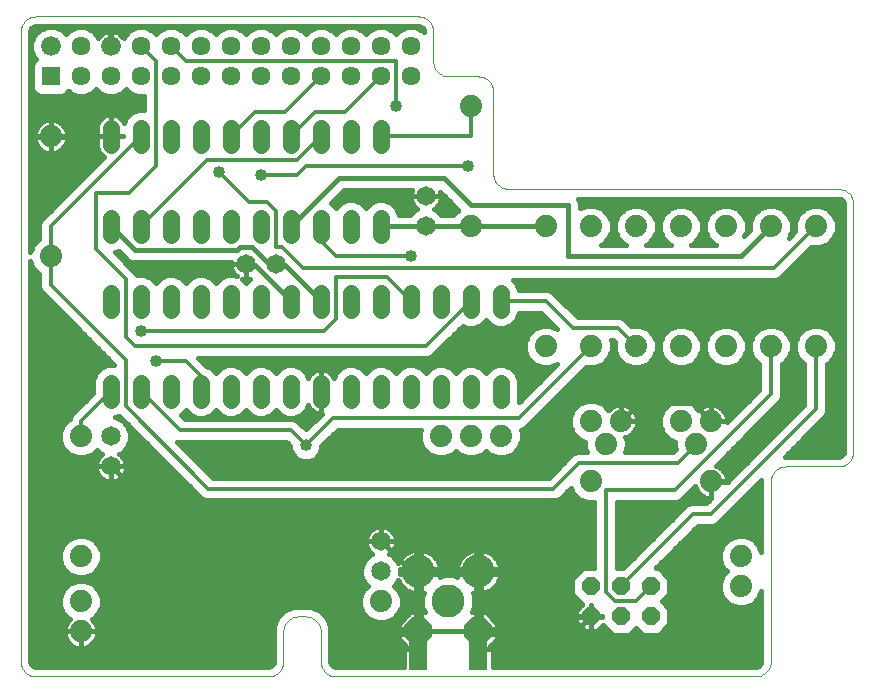
<source format=gbl>
G75*
G70*
%OFA0B0*%
%FSLAX24Y24*%
%IPPOS*%
%LPD*%
%AMOC8*
5,1,8,0,0,1.08239X$1,22.5*
%
%ADD10C,0.0000*%
%ADD11R,0.0634X0.0634*%
%ADD12C,0.0660*%
%ADD13C,0.0634*%
%ADD14C,0.1100*%
%ADD15OC8,0.0915*%
%ADD16R,0.0600X0.1600*%
%ADD17C,0.0650*%
%ADD18C,0.0560*%
%ADD19C,0.0740*%
%ADD20OC8,0.0600*%
%ADD21C,0.0150*%
%ADD22C,0.0160*%
%ADD23C,0.0436*%
%ADD24C,0.0120*%
%ADD25C,0.0400*%
D10*
X001680Y001180D02*
X009430Y001180D01*
X009474Y001182D01*
X009517Y001188D01*
X009559Y001197D01*
X009601Y001210D01*
X009641Y001227D01*
X009680Y001247D01*
X009717Y001270D01*
X009751Y001297D01*
X009784Y001326D01*
X009813Y001359D01*
X009840Y001393D01*
X009863Y001430D01*
X009883Y001469D01*
X009900Y001509D01*
X009913Y001551D01*
X009922Y001593D01*
X009928Y001636D01*
X009930Y001680D01*
X009930Y002680D01*
X009932Y002724D01*
X009938Y002767D01*
X009947Y002809D01*
X009960Y002851D01*
X009977Y002891D01*
X009997Y002930D01*
X010020Y002967D01*
X010047Y003001D01*
X010076Y003034D01*
X010109Y003063D01*
X010143Y003090D01*
X010180Y003113D01*
X010219Y003133D01*
X010259Y003150D01*
X010301Y003163D01*
X010343Y003172D01*
X010386Y003178D01*
X010430Y003180D01*
X010680Y003180D01*
X010724Y003178D01*
X010767Y003172D01*
X010809Y003163D01*
X010851Y003150D01*
X010891Y003133D01*
X010930Y003113D01*
X010967Y003090D01*
X011001Y003063D01*
X011034Y003034D01*
X011063Y003001D01*
X011090Y002967D01*
X011113Y002930D01*
X011133Y002891D01*
X011150Y002851D01*
X011163Y002809D01*
X011172Y002767D01*
X011178Y002724D01*
X011180Y002680D01*
X011180Y001680D01*
X011182Y001636D01*
X011188Y001593D01*
X011197Y001551D01*
X011210Y001509D01*
X011227Y001469D01*
X011247Y001430D01*
X011270Y001393D01*
X011297Y001359D01*
X011326Y001326D01*
X011359Y001297D01*
X011393Y001270D01*
X011430Y001247D01*
X011469Y001227D01*
X011509Y001210D01*
X011551Y001197D01*
X011593Y001188D01*
X011636Y001182D01*
X011680Y001180D01*
X025680Y001180D01*
X025724Y001182D01*
X025767Y001188D01*
X025809Y001197D01*
X025851Y001210D01*
X025891Y001227D01*
X025930Y001247D01*
X025967Y001270D01*
X026001Y001297D01*
X026034Y001326D01*
X026063Y001359D01*
X026090Y001393D01*
X026113Y001430D01*
X026133Y001469D01*
X026150Y001509D01*
X026163Y001551D01*
X026172Y001593D01*
X026178Y001636D01*
X026180Y001680D01*
X026180Y007680D01*
X026182Y007724D01*
X026188Y007767D01*
X026197Y007809D01*
X026210Y007851D01*
X026227Y007891D01*
X026247Y007930D01*
X026270Y007967D01*
X026297Y008001D01*
X026326Y008034D01*
X026359Y008063D01*
X026393Y008090D01*
X026430Y008113D01*
X026469Y008133D01*
X026509Y008150D01*
X026551Y008163D01*
X026593Y008172D01*
X026636Y008178D01*
X026680Y008180D01*
X028430Y008180D01*
X028474Y008182D01*
X028517Y008188D01*
X028559Y008197D01*
X028601Y008210D01*
X028641Y008227D01*
X028680Y008247D01*
X028717Y008270D01*
X028751Y008297D01*
X028784Y008326D01*
X028813Y008359D01*
X028840Y008393D01*
X028863Y008430D01*
X028883Y008469D01*
X028900Y008509D01*
X028913Y008551D01*
X028922Y008593D01*
X028928Y008636D01*
X028930Y008680D01*
X028930Y016930D01*
X028928Y016974D01*
X028922Y017017D01*
X028913Y017059D01*
X028900Y017101D01*
X028883Y017141D01*
X028863Y017180D01*
X028840Y017217D01*
X028813Y017251D01*
X028784Y017284D01*
X028751Y017313D01*
X028717Y017340D01*
X028680Y017363D01*
X028641Y017383D01*
X028601Y017400D01*
X028559Y017413D01*
X028517Y017422D01*
X028474Y017428D01*
X028430Y017430D01*
X017430Y017430D01*
X017386Y017432D01*
X017343Y017438D01*
X017301Y017447D01*
X017259Y017460D01*
X017219Y017477D01*
X017180Y017497D01*
X017143Y017520D01*
X017109Y017547D01*
X017076Y017576D01*
X017047Y017609D01*
X017020Y017643D01*
X016997Y017680D01*
X016977Y017719D01*
X016960Y017759D01*
X016947Y017801D01*
X016938Y017843D01*
X016932Y017886D01*
X016930Y017930D01*
X016930Y020680D01*
X016928Y020724D01*
X016922Y020767D01*
X016913Y020809D01*
X016900Y020851D01*
X016883Y020891D01*
X016863Y020930D01*
X016840Y020967D01*
X016813Y021001D01*
X016784Y021034D01*
X016751Y021063D01*
X016717Y021090D01*
X016680Y021113D01*
X016641Y021133D01*
X016601Y021150D01*
X016559Y021163D01*
X016517Y021172D01*
X016474Y021178D01*
X016430Y021180D01*
X015430Y021180D01*
X015386Y021182D01*
X015343Y021188D01*
X015301Y021197D01*
X015259Y021210D01*
X015219Y021227D01*
X015180Y021247D01*
X015143Y021270D01*
X015109Y021297D01*
X015076Y021326D01*
X015047Y021359D01*
X015020Y021393D01*
X014997Y021430D01*
X014977Y021469D01*
X014960Y021509D01*
X014947Y021551D01*
X014938Y021593D01*
X014932Y021636D01*
X014930Y021680D01*
X014930Y022680D01*
X014928Y022724D01*
X014922Y022767D01*
X014913Y022809D01*
X014900Y022851D01*
X014883Y022891D01*
X014863Y022930D01*
X014840Y022967D01*
X014813Y023001D01*
X014784Y023034D01*
X014751Y023063D01*
X014717Y023090D01*
X014680Y023113D01*
X014641Y023133D01*
X014601Y023150D01*
X014559Y023163D01*
X014517Y023172D01*
X014474Y023178D01*
X014430Y023180D01*
X001680Y023180D01*
X001636Y023178D01*
X001593Y023172D01*
X001551Y023163D01*
X001509Y023150D01*
X001469Y023133D01*
X001430Y023113D01*
X001393Y023090D01*
X001359Y023063D01*
X001326Y023034D01*
X001297Y023001D01*
X001270Y022967D01*
X001247Y022930D01*
X001227Y022891D01*
X001210Y022851D01*
X001197Y022809D01*
X001188Y022767D01*
X001182Y022724D01*
X001180Y022680D01*
X001180Y001680D01*
X001182Y001636D01*
X001188Y001593D01*
X001197Y001551D01*
X001210Y001509D01*
X001227Y001469D01*
X001247Y001430D01*
X001270Y001393D01*
X001297Y001359D01*
X001326Y001326D01*
X001359Y001297D01*
X001393Y001270D01*
X001430Y001247D01*
X001469Y001227D01*
X001509Y001210D01*
X001551Y001197D01*
X001593Y001188D01*
X001636Y001182D01*
X001680Y001180D01*
D11*
X002180Y021180D03*
D12*
X002180Y022180D03*
X004180Y022180D03*
D13*
X003180Y022180D03*
X003180Y021180D03*
X004180Y021180D03*
X005180Y021180D03*
X006180Y021180D03*
X007180Y021180D03*
X008180Y021180D03*
X009180Y021180D03*
X010180Y021180D03*
X011180Y021180D03*
X012180Y021180D03*
X013180Y021180D03*
X014180Y021180D03*
X014180Y022180D03*
X013180Y022180D03*
X012180Y022180D03*
X011180Y022180D03*
X010180Y022180D03*
X009180Y022180D03*
X008180Y022180D03*
X007180Y022180D03*
X006180Y022180D03*
X005180Y022180D03*
D14*
X014430Y004680D03*
X015430Y003680D03*
X016430Y004680D03*
D15*
X016430Y002680D03*
X014430Y002680D03*
D16*
X014430Y002180D03*
X016430Y002180D03*
D17*
X013180Y004680D03*
X013180Y005680D03*
X004180Y008180D03*
X004180Y009180D03*
X008680Y014930D03*
X009680Y014930D03*
X014680Y016180D03*
X014680Y017180D03*
D18*
X013180Y016460D02*
X013180Y015900D01*
X012180Y015900D02*
X012180Y016460D01*
X011180Y016460D02*
X011180Y015900D01*
X010180Y015900D02*
X010180Y016460D01*
X009180Y016460D02*
X009180Y015900D01*
X008180Y015900D02*
X008180Y016460D01*
X007180Y016460D02*
X007180Y015900D01*
X006180Y015900D02*
X006180Y016460D01*
X005180Y016460D02*
X005180Y015900D01*
X004180Y015900D02*
X004180Y016460D01*
X004180Y018900D02*
X004180Y019460D01*
X005180Y019460D02*
X005180Y018900D01*
X006180Y018900D02*
X006180Y019460D01*
X007180Y019460D02*
X007180Y018900D01*
X008180Y018900D02*
X008180Y019460D01*
X009180Y019460D02*
X009180Y018900D01*
X010180Y018900D02*
X010180Y019460D01*
X011180Y019460D02*
X011180Y018900D01*
X012180Y018900D02*
X012180Y019460D01*
X013180Y019460D02*
X013180Y018900D01*
X013180Y013960D02*
X013180Y013400D01*
X012180Y013400D02*
X012180Y013960D01*
X011180Y013960D02*
X011180Y013400D01*
X010180Y013400D02*
X010180Y013960D01*
X009180Y013960D02*
X009180Y013400D01*
X008180Y013400D02*
X008180Y013960D01*
X007180Y013960D02*
X007180Y013400D01*
X006180Y013400D02*
X006180Y013960D01*
X005180Y013960D02*
X005180Y013400D01*
X004180Y013400D02*
X004180Y013960D01*
X004180Y010960D02*
X004180Y010400D01*
X005180Y010400D02*
X005180Y010960D01*
X006180Y010960D02*
X006180Y010400D01*
X007180Y010400D02*
X007180Y010960D01*
X008180Y010960D02*
X008180Y010400D01*
X009180Y010400D02*
X009180Y010960D01*
X010180Y010960D02*
X010180Y010400D01*
X011180Y010400D02*
X011180Y010960D01*
X012180Y010960D02*
X012180Y010400D01*
X013180Y010400D02*
X013180Y010960D01*
X014180Y010960D02*
X014180Y010400D01*
X015180Y010400D02*
X015180Y010960D01*
X016180Y010960D02*
X016180Y010400D01*
X017180Y010400D02*
X017180Y010960D01*
X017180Y013400D02*
X017180Y013960D01*
X016180Y013960D02*
X016180Y013400D01*
X015180Y013400D02*
X015180Y013960D01*
X014180Y013960D02*
X014180Y013400D01*
D19*
X016180Y016180D03*
X018680Y016180D03*
X020180Y016180D03*
X021680Y016180D03*
X023180Y016180D03*
X024680Y016180D03*
X026180Y016180D03*
X027680Y016180D03*
X027680Y012180D03*
X026180Y012180D03*
X024680Y012180D03*
X023180Y012180D03*
X021680Y012180D03*
X020180Y012180D03*
X018680Y012180D03*
X020180Y009680D03*
X020680Y008930D03*
X021180Y009680D03*
X023180Y009680D03*
X023680Y008930D03*
X024180Y009680D03*
X024180Y007680D03*
X025180Y005180D03*
X025180Y004180D03*
X020180Y007680D03*
X017180Y009180D03*
X016180Y009180D03*
X015180Y009180D03*
X013180Y003680D03*
X003180Y003680D03*
X003180Y002680D03*
X003180Y005180D03*
X003180Y009180D03*
X002180Y015180D03*
X002180Y019180D03*
X016180Y020180D03*
D20*
X020180Y004180D03*
X021180Y004180D03*
X021180Y003180D03*
X020180Y003180D03*
X022180Y003180D03*
X022180Y004180D03*
D21*
X020180Y003180D02*
X019680Y002680D01*
X016480Y002680D01*
X016430Y002180D01*
X016430Y002680D02*
X016480Y002680D01*
X016430Y002680D02*
X014480Y002680D01*
X014430Y002680D01*
X014480Y002680D02*
X014480Y002180D01*
X014430Y002180D01*
X014430Y004680D02*
X014180Y004680D01*
X013180Y005680D01*
X006680Y005680D01*
X004180Y008180D01*
X010180Y013680D02*
X008980Y014880D01*
X008680Y014880D01*
X008680Y014930D01*
X008380Y015380D02*
X008480Y015480D01*
X008880Y015480D01*
X009380Y014980D01*
X009680Y014980D01*
X009680Y014930D01*
X009680Y014880D01*
X009980Y014880D01*
X011180Y013680D01*
X008380Y015380D02*
X004980Y015380D01*
X004180Y016180D01*
X004180Y019180D02*
X002180Y019180D01*
X010180Y016180D02*
X011780Y017780D01*
X015280Y017780D01*
X016180Y016880D01*
X019430Y016880D01*
X019430Y015180D01*
X025180Y015180D01*
X026180Y016180D01*
X023580Y010280D02*
X021780Y010280D01*
X021180Y009680D01*
X023580Y010280D02*
X024180Y009680D01*
X018680Y016180D02*
X016180Y016180D01*
X014680Y016180D01*
X013180Y016180D01*
D22*
X013780Y016575D02*
X013780Y016579D01*
X013689Y016800D01*
X013520Y016969D01*
X013299Y017060D01*
X013061Y017060D01*
X012840Y016969D01*
X012680Y016809D01*
X012520Y016969D01*
X012299Y017060D01*
X012061Y017060D01*
X011840Y016969D01*
X011680Y016809D01*
X011524Y016965D01*
X011944Y017385D01*
X014218Y017385D01*
X014212Y017374D01*
X014187Y017298D01*
X014175Y017220D01*
X014175Y017180D01*
X014680Y017180D01*
X015185Y017180D01*
X015185Y017220D01*
X015173Y017298D01*
X015158Y017344D01*
X015763Y016739D01*
X015599Y016575D01*
X015197Y016575D01*
X015045Y016727D01*
X014963Y016761D01*
X015009Y016795D01*
X015065Y016851D01*
X015112Y016915D01*
X015148Y016986D01*
X015173Y017062D01*
X015185Y017140D01*
X015185Y017180D01*
X014680Y017180D01*
X014680Y017180D01*
X014680Y017180D01*
X014175Y017180D01*
X014175Y017140D01*
X014187Y017062D01*
X014212Y016986D01*
X014248Y016915D01*
X014295Y016851D01*
X014351Y016795D01*
X014397Y016761D01*
X014315Y016727D01*
X014163Y016575D01*
X013780Y016575D01*
X013725Y016713D02*
X014301Y016713D01*
X014280Y016872D02*
X013617Y016872D01*
X013372Y017030D02*
X014198Y017030D01*
X014175Y017189D02*
X011747Y017189D01*
X011906Y017347D02*
X014203Y017347D01*
X015080Y016872D02*
X015630Y016872D01*
X015737Y016713D02*
X015059Y016713D01*
X015162Y017030D02*
X015471Y017030D01*
X015313Y017189D02*
X015185Y017189D01*
X012988Y017030D02*
X012372Y017030D01*
X012617Y016872D02*
X012743Y016872D01*
X011988Y017030D02*
X011589Y017030D01*
X011617Y016872D02*
X011743Y016872D01*
X008680Y014930D02*
X008680Y014425D01*
X008720Y014425D01*
X008798Y014437D01*
X008814Y014443D01*
X008680Y014309D01*
X008546Y014443D01*
X008562Y014437D01*
X008640Y014425D01*
X008680Y014425D01*
X008680Y014930D01*
X008680Y014930D01*
X008175Y014930D01*
X008175Y014970D01*
X008177Y014985D01*
X004901Y014985D01*
X004756Y015045D01*
X004645Y015156D01*
X004645Y015156D01*
X004442Y015359D01*
X004333Y015314D01*
X005002Y014645D01*
X005041Y014552D01*
X005061Y014560D01*
X005299Y014560D01*
X005520Y014469D01*
X005680Y014309D01*
X005840Y014469D01*
X006061Y014560D01*
X006299Y014560D01*
X006520Y014469D01*
X006680Y014309D01*
X006840Y014469D01*
X007061Y014560D01*
X007299Y014560D01*
X007520Y014469D01*
X007680Y014309D01*
X007840Y014469D01*
X008061Y014560D01*
X008299Y014560D01*
X008371Y014530D01*
X008351Y014545D01*
X008295Y014601D01*
X008248Y014665D01*
X008212Y014736D01*
X008187Y014812D01*
X008175Y014890D01*
X008175Y014930D01*
X008680Y014930D01*
X008680Y014930D01*
X008680Y014811D02*
X008680Y014811D01*
X008680Y014653D02*
X008680Y014653D01*
X008680Y014494D02*
X008680Y014494D01*
X008653Y014336D02*
X008707Y014336D01*
X008257Y014653D02*
X004995Y014653D01*
X004836Y014811D02*
X008188Y014811D01*
X008175Y014970D02*
X004678Y014970D01*
X004673Y015128D02*
X004519Y015128D01*
X004515Y015287D02*
X004361Y015287D01*
X005459Y014494D02*
X005901Y014494D01*
X005707Y014336D02*
X005653Y014336D01*
X006459Y014494D02*
X006901Y014494D01*
X006707Y014336D02*
X006653Y014336D01*
X007459Y014494D02*
X007901Y014494D01*
X007707Y014336D02*
X007653Y014336D01*
X007097Y011800D02*
X014756Y011800D01*
X014895Y011858D01*
X015002Y011965D01*
X015903Y012865D01*
X016061Y012800D01*
X016299Y012800D01*
X016520Y012891D01*
X016680Y013051D01*
X016840Y012891D01*
X017061Y012800D01*
X017299Y012800D01*
X017520Y012891D01*
X017689Y013060D01*
X017780Y013281D01*
X017780Y013300D01*
X018523Y013300D01*
X019048Y012774D01*
X018817Y012870D01*
X018543Y012870D01*
X018289Y012765D01*
X018095Y012571D01*
X017990Y012317D01*
X017990Y012043D01*
X018095Y011789D01*
X018289Y011595D01*
X018543Y011490D01*
X018817Y011490D01*
X019048Y011586D01*
X017780Y010317D01*
X017780Y011079D01*
X017689Y011300D01*
X017520Y011469D01*
X017299Y011560D01*
X017061Y011560D01*
X016840Y011469D01*
X016680Y011309D01*
X016520Y011469D01*
X016299Y011560D01*
X016061Y011560D01*
X015840Y011469D01*
X015680Y011309D01*
X015520Y011469D01*
X015299Y011560D01*
X015061Y011560D01*
X014840Y011469D01*
X014680Y011309D01*
X014520Y011469D01*
X014299Y011560D01*
X014061Y011560D01*
X013840Y011469D01*
X013680Y011309D01*
X013520Y011469D01*
X013299Y011560D01*
X013061Y011560D01*
X012840Y011469D01*
X012680Y011309D01*
X012520Y011469D01*
X012299Y011560D01*
X012061Y011560D01*
X011840Y011469D01*
X011671Y011300D01*
X011605Y011139D01*
X011573Y011201D01*
X011531Y011260D01*
X011480Y011311D01*
X011421Y011353D01*
X011357Y011386D01*
X011288Y011409D01*
X011216Y011420D01*
X011180Y011420D01*
X011180Y010680D01*
X011180Y010680D01*
X011180Y009940D01*
X011203Y009940D01*
X010680Y009417D01*
X010502Y009595D01*
X010395Y009702D01*
X010256Y009760D01*
X006637Y009760D01*
X006510Y009887D01*
X006520Y009891D01*
X006680Y010051D01*
X006840Y009891D01*
X007061Y009800D01*
X007299Y009800D01*
X007520Y009891D01*
X007680Y010051D01*
X007840Y009891D01*
X008061Y009800D01*
X008299Y009800D01*
X008520Y009891D01*
X008680Y010051D01*
X008840Y009891D01*
X009061Y009800D01*
X009299Y009800D01*
X009520Y009891D01*
X009680Y010051D01*
X009840Y009891D01*
X010061Y009800D01*
X010299Y009800D01*
X010520Y009891D01*
X010689Y010060D01*
X010755Y010221D01*
X010787Y010159D01*
X010829Y010100D01*
X010880Y010049D01*
X010939Y010007D01*
X011003Y009974D01*
X011072Y009951D01*
X011144Y009940D01*
X011180Y009940D01*
X011180Y010680D01*
X011180Y010680D01*
X011180Y011420D01*
X011144Y011420D01*
X011072Y011409D01*
X011003Y011386D01*
X010939Y011353D01*
X010880Y011311D01*
X010829Y011260D01*
X010787Y011201D01*
X010755Y011139D01*
X010689Y011300D01*
X010520Y011469D01*
X010299Y011560D01*
X010061Y011560D01*
X009840Y011469D01*
X009680Y011309D01*
X009520Y011469D01*
X009299Y011560D01*
X009061Y011560D01*
X008840Y011469D01*
X008680Y011309D01*
X008520Y011469D01*
X008299Y011560D01*
X008061Y011560D01*
X007840Y011469D01*
X007680Y011309D01*
X007520Y011469D01*
X007364Y011533D01*
X007097Y011800D01*
X007098Y011800D02*
X018091Y011800D01*
X018025Y011958D02*
X014995Y011958D01*
X015154Y012117D02*
X017990Y012117D01*
X017990Y012275D02*
X015312Y012275D01*
X015471Y012434D02*
X018038Y012434D01*
X018116Y012592D02*
X015629Y012592D01*
X015788Y012751D02*
X018275Y012751D01*
X018755Y013068D02*
X017692Y013068D01*
X017757Y013226D02*
X018597Y013226D01*
X018914Y012909D02*
X017538Y012909D01*
X016822Y012909D02*
X016538Y012909D01*
X016486Y011483D02*
X016874Y011483D01*
X016695Y011324D02*
X016665Y011324D01*
X015874Y011483D02*
X015486Y011483D01*
X015665Y011324D02*
X015695Y011324D01*
X014874Y011483D02*
X014486Y011483D01*
X014665Y011324D02*
X014695Y011324D01*
X013874Y011483D02*
X013486Y011483D01*
X013665Y011324D02*
X013695Y011324D01*
X012874Y011483D02*
X012486Y011483D01*
X012665Y011324D02*
X012695Y011324D01*
X011874Y011483D02*
X010486Y011483D01*
X010665Y011324D02*
X010898Y011324D01*
X010768Y011166D02*
X010744Y011166D01*
X011180Y011166D02*
X011180Y011166D01*
X011180Y011324D02*
X011180Y011324D01*
X011462Y011324D02*
X011695Y011324D01*
X011616Y011166D02*
X011592Y011166D01*
X011180Y011007D02*
X011180Y011007D01*
X011180Y010849D02*
X011180Y010849D01*
X011180Y010690D02*
X011180Y010690D01*
X011180Y010532D02*
X011180Y010532D01*
X011180Y010373D02*
X011180Y010373D01*
X011180Y010215D02*
X011180Y010215D01*
X011180Y010056D02*
X011180Y010056D01*
X011160Y009898D02*
X010526Y009898D01*
X010685Y010056D02*
X010873Y010056D01*
X010758Y010215D02*
X010753Y010215D01*
X011002Y009739D02*
X010306Y009739D01*
X010517Y009581D02*
X010843Y009581D01*
X010685Y009422D02*
X010675Y009422D01*
X010160Y008863D02*
X010160Y008777D01*
X010239Y008585D01*
X010385Y008439D01*
X010577Y008360D01*
X010783Y008360D01*
X010975Y008439D01*
X011121Y008585D01*
X011200Y008777D01*
X011200Y008863D01*
X011737Y009400D01*
X014524Y009400D01*
X014490Y009317D01*
X014490Y009043D01*
X014595Y008789D01*
X014789Y008595D01*
X015043Y008490D01*
X015317Y008490D01*
X015571Y008595D01*
X015680Y008704D01*
X015789Y008595D01*
X016043Y008490D01*
X016317Y008490D01*
X016571Y008595D01*
X016680Y008704D01*
X016789Y008595D01*
X017043Y008490D01*
X017317Y008490D01*
X017571Y008595D01*
X017765Y008789D01*
X017870Y009043D01*
X017870Y009317D01*
X017836Y009400D01*
X017856Y009400D01*
X017995Y009458D01*
X018102Y009565D01*
X020032Y011494D01*
X020043Y011490D01*
X020317Y011490D01*
X020571Y011595D01*
X020765Y011789D01*
X020870Y012043D01*
X020870Y012317D01*
X020836Y012400D01*
X020923Y012400D01*
X020994Y012328D01*
X020990Y012317D01*
X020990Y012043D01*
X021095Y011789D01*
X021289Y011595D01*
X021543Y011490D01*
X021817Y011490D01*
X022071Y011595D01*
X022265Y011789D01*
X022370Y012043D01*
X022370Y012317D01*
X022265Y012571D01*
X022071Y012765D01*
X021817Y012870D01*
X021543Y012870D01*
X021532Y012866D01*
X021295Y013102D01*
X021156Y013160D01*
X019737Y013160D01*
X018895Y014002D01*
X018756Y014060D01*
X017780Y014060D01*
X017780Y014079D01*
X017689Y014300D01*
X017589Y014400D01*
X026356Y014400D01*
X026495Y014458D01*
X026602Y014565D01*
X027532Y015494D01*
X027543Y015490D01*
X027817Y015490D01*
X028071Y015595D01*
X028265Y015789D01*
X028370Y016043D01*
X028370Y016317D01*
X028265Y016571D01*
X028071Y016765D01*
X027817Y016870D01*
X027543Y016870D01*
X027289Y016765D01*
X027095Y016571D01*
X026990Y016317D01*
X026990Y016043D01*
X026994Y016032D01*
X026774Y015812D01*
X026870Y016043D01*
X026870Y016317D01*
X026765Y016571D01*
X026571Y016765D01*
X026317Y016870D01*
X026043Y016870D01*
X025789Y016765D01*
X025595Y016571D01*
X025490Y016317D01*
X025490Y016049D01*
X025289Y015848D01*
X025370Y016043D01*
X025370Y016317D01*
X025265Y016571D01*
X025071Y016765D01*
X024817Y016870D01*
X024543Y016870D01*
X024289Y016765D01*
X024095Y016571D01*
X023990Y016317D01*
X023990Y016043D01*
X024095Y015789D01*
X024289Y015595D01*
X024338Y015575D01*
X023522Y015575D01*
X023571Y015595D01*
X023765Y015789D01*
X023870Y016043D01*
X023870Y016317D01*
X023765Y016571D01*
X023571Y016765D01*
X023317Y016870D01*
X023043Y016870D01*
X022789Y016765D01*
X022595Y016571D01*
X022490Y016317D01*
X022490Y016043D01*
X022595Y015789D01*
X022789Y015595D01*
X022838Y015575D01*
X022022Y015575D01*
X022071Y015595D01*
X022265Y015789D01*
X022370Y016043D01*
X022370Y016317D01*
X022265Y016571D01*
X022071Y016765D01*
X021817Y016870D01*
X021543Y016870D01*
X021289Y016765D01*
X021095Y016571D01*
X020990Y016317D01*
X020990Y016043D01*
X021095Y015789D01*
X021289Y015595D01*
X021338Y015575D01*
X020522Y015575D01*
X020571Y015595D01*
X020765Y015789D01*
X020870Y016043D01*
X020870Y016317D01*
X020765Y016571D01*
X020571Y016765D01*
X020317Y016870D01*
X020043Y016870D01*
X019825Y016780D01*
X019825Y016959D01*
X019765Y017104D01*
X019759Y017110D01*
X028430Y017110D01*
X028465Y017107D01*
X028530Y017080D01*
X028530Y017080D01*
X028580Y017030D01*
X028607Y016965D01*
X028610Y016930D01*
X028610Y008680D01*
X028607Y008645D01*
X028580Y008580D01*
X028530Y008530D01*
X028465Y008503D01*
X028430Y008500D01*
X026637Y008500D01*
X027895Y009758D01*
X028002Y009865D01*
X028060Y010004D01*
X028060Y011591D01*
X028071Y011595D01*
X028265Y011789D01*
X028370Y012043D01*
X028370Y012317D01*
X028265Y012571D01*
X028071Y012765D01*
X027817Y012870D01*
X027543Y012870D01*
X027289Y012765D01*
X027095Y012571D01*
X026990Y012317D01*
X026990Y012043D01*
X027095Y011789D01*
X027289Y011595D01*
X027300Y011591D01*
X027300Y010237D01*
X024730Y007667D01*
X024730Y007671D01*
X024189Y007671D01*
X024189Y007689D01*
X024730Y007689D01*
X024730Y007723D01*
X024716Y007809D01*
X024690Y007891D01*
X024650Y007968D01*
X024600Y008038D01*
X024538Y008100D01*
X024468Y008150D01*
X024391Y008190D01*
X024343Y008205D01*
X026395Y010258D01*
X026502Y010365D01*
X026560Y010504D01*
X026560Y011591D01*
X026571Y011595D01*
X026765Y011789D01*
X026870Y012043D01*
X026870Y012317D01*
X026765Y012571D01*
X026571Y012765D01*
X026317Y012870D01*
X026043Y012870D01*
X025789Y012765D01*
X025595Y012571D01*
X025490Y012317D01*
X025490Y012043D01*
X025595Y011789D01*
X025789Y011595D01*
X025800Y011591D01*
X025800Y010737D01*
X024730Y009667D01*
X024730Y009680D01*
X024730Y009723D01*
X024716Y009809D01*
X024690Y009891D01*
X024650Y009968D01*
X024600Y010038D01*
X024538Y010100D01*
X024468Y010150D01*
X024391Y010190D01*
X024309Y010216D01*
X024223Y010230D01*
X024180Y010230D01*
X024180Y009680D01*
X024180Y009680D01*
X024730Y009680D01*
X024180Y009680D01*
X024180Y009680D01*
X024180Y010230D01*
X024137Y010230D01*
X024051Y010216D01*
X023969Y010190D01*
X023892Y010150D01*
X023822Y010100D01*
X023773Y010051D01*
X023765Y010071D01*
X023571Y010265D01*
X023317Y010370D01*
X023043Y010370D01*
X022789Y010265D01*
X022595Y010071D01*
X022490Y009817D01*
X022490Y009543D01*
X022595Y009289D01*
X022789Y009095D01*
X022990Y009012D01*
X022990Y008793D01*
X023009Y008747D01*
X022923Y008660D01*
X021315Y008660D01*
X021370Y008793D01*
X021370Y009067D01*
X021335Y009152D01*
X021391Y009170D01*
X021468Y009210D01*
X021538Y009260D01*
X021600Y009322D01*
X021650Y009392D01*
X021690Y009469D01*
X021716Y009551D01*
X021730Y009637D01*
X021730Y009680D01*
X021730Y009723D01*
X021716Y009809D01*
X021690Y009891D01*
X021650Y009968D01*
X021600Y010038D01*
X021538Y010100D01*
X021468Y010150D01*
X021391Y010190D01*
X021309Y010216D01*
X021223Y010230D01*
X021180Y010230D01*
X021180Y009680D01*
X021180Y009680D01*
X021730Y009680D01*
X021180Y009680D01*
X021180Y009680D01*
X021180Y010230D01*
X021137Y010230D01*
X021051Y010216D01*
X020969Y010190D01*
X020892Y010150D01*
X020822Y010100D01*
X020773Y010051D01*
X020765Y010071D01*
X020571Y010265D01*
X020317Y010370D01*
X020043Y010370D01*
X019789Y010265D01*
X019595Y010071D01*
X019490Y009817D01*
X019490Y009543D01*
X019595Y009289D01*
X019789Y009095D01*
X019990Y009012D01*
X019990Y008793D01*
X020045Y008660D01*
X019704Y008660D01*
X019565Y008602D01*
X019458Y008495D01*
X018773Y007810D01*
X007587Y007810D01*
X006392Y009005D01*
X006404Y009000D01*
X010023Y009000D01*
X010160Y008863D01*
X010160Y008788D02*
X006609Y008788D01*
X006451Y008947D02*
X010076Y008947D01*
X010221Y008630D02*
X006768Y008630D01*
X006926Y008471D02*
X010354Y008471D01*
X011006Y008471D02*
X019434Y008471D01*
X019275Y008313D02*
X007085Y008313D01*
X007243Y008154D02*
X019117Y008154D01*
X018958Y007996D02*
X007402Y007996D01*
X007560Y007837D02*
X018800Y007837D01*
X019399Y007362D02*
X019565Y007362D01*
X019595Y007289D02*
X019516Y007479D01*
X019145Y007108D01*
X019006Y007050D01*
X007354Y007050D01*
X007215Y007108D01*
X004457Y009865D01*
X004334Y009814D01*
X004545Y009727D01*
X004727Y009545D01*
X004825Y009308D01*
X004825Y009052D01*
X004727Y008815D01*
X004545Y008633D01*
X004463Y008599D01*
X004509Y008565D01*
X004565Y008509D01*
X004612Y008445D01*
X004648Y008374D01*
X004673Y008298D01*
X004685Y008220D01*
X004685Y008180D01*
X004180Y008180D01*
X004180Y008180D01*
X004685Y008180D01*
X004685Y008140D01*
X004673Y008062D01*
X004648Y007986D01*
X004612Y007915D01*
X004565Y007851D01*
X004509Y007795D01*
X004445Y007748D01*
X004374Y007712D01*
X004298Y007687D01*
X004220Y007675D01*
X004180Y007675D01*
X004180Y008180D01*
X004180Y008180D01*
X004180Y008180D01*
X003675Y008180D01*
X003675Y008220D01*
X003687Y008298D01*
X003712Y008374D01*
X003748Y008445D01*
X003795Y008509D01*
X003851Y008565D01*
X003897Y008599D01*
X003815Y008633D01*
X003712Y008736D01*
X003571Y008595D01*
X003317Y008490D01*
X003043Y008490D01*
X002789Y008595D01*
X002595Y008789D01*
X002490Y009043D01*
X002490Y009317D01*
X002595Y009571D01*
X002789Y009765D01*
X002807Y009772D01*
X002858Y009895D01*
X002965Y010002D01*
X003580Y010617D01*
X003580Y011079D01*
X003671Y011300D01*
X003840Y011469D01*
X004061Y011560D01*
X004299Y011560D01*
X004300Y011560D01*
X004300Y011573D01*
X001858Y014015D01*
X001800Y014154D01*
X001800Y014591D01*
X001789Y014595D01*
X001595Y014789D01*
X001500Y015019D01*
X001500Y001680D01*
X001503Y001645D01*
X001530Y001580D01*
X001580Y001530D01*
X001645Y001503D01*
X001680Y001500D01*
X009430Y001500D01*
X009465Y001503D01*
X009530Y001530D01*
X009580Y001580D01*
X009607Y001645D01*
X009610Y001680D01*
X009610Y002843D01*
X009735Y003144D01*
X009735Y003144D01*
X009966Y003375D01*
X009966Y003375D01*
X010267Y003500D01*
X010843Y003500D01*
X011144Y003375D01*
X011144Y003375D01*
X011375Y003144D01*
X011375Y003144D01*
X011500Y002843D01*
X011500Y001680D01*
X011503Y001645D01*
X011530Y001580D01*
X011580Y001530D01*
X011645Y001503D01*
X011680Y001500D01*
X013950Y001500D01*
X013950Y002110D01*
X014098Y002110D01*
X013958Y002250D01*
X013950Y002250D01*
X013950Y002258D01*
X013793Y002416D01*
X013793Y002607D01*
X013950Y002607D01*
X013950Y002753D01*
X013793Y002753D01*
X013793Y002944D01*
X014166Y003317D01*
X014357Y003317D01*
X014357Y003160D01*
X014360Y003160D01*
X014360Y002753D01*
X014500Y002753D01*
X014500Y003160D01*
X014503Y003160D01*
X014503Y003317D01*
X014638Y003317D01*
X014560Y003507D01*
X014560Y003853D01*
X014609Y003972D01*
X014573Y003962D01*
X014503Y003953D01*
X014503Y004607D01*
X014503Y004753D01*
X014357Y004753D01*
X014357Y005407D01*
X014287Y005398D01*
X014195Y005373D01*
X014106Y005336D01*
X014024Y005288D01*
X013948Y005230D01*
X013880Y005162D01*
X013822Y005086D01*
X013774Y005004D01*
X013759Y004968D01*
X013727Y005045D01*
X013545Y005227D01*
X013463Y005261D01*
X013509Y005295D01*
X013565Y005351D01*
X013612Y005415D01*
X013648Y005486D01*
X013673Y005562D01*
X013685Y005640D01*
X013685Y005680D01*
X013685Y005720D01*
X013673Y005798D01*
X013648Y005874D01*
X013612Y005945D01*
X013565Y006009D01*
X013509Y006065D01*
X013445Y006112D01*
X013374Y006148D01*
X013298Y006173D01*
X013220Y006185D01*
X013180Y006185D01*
X013180Y005680D01*
X013180Y005680D01*
X013685Y005680D01*
X013180Y005680D01*
X013180Y005680D01*
X013180Y005680D01*
X012675Y005680D01*
X012675Y005720D01*
X012687Y005798D01*
X012712Y005874D01*
X012748Y005945D01*
X012795Y006009D01*
X012851Y006065D01*
X012915Y006112D01*
X012986Y006148D01*
X013062Y006173D01*
X013140Y006185D01*
X013180Y006185D01*
X013180Y005680D01*
X012675Y005680D01*
X012675Y005640D01*
X012687Y005562D01*
X012712Y005486D01*
X012748Y005415D01*
X012795Y005351D01*
X012851Y005295D01*
X012897Y005261D01*
X012815Y005227D01*
X012633Y005045D01*
X012535Y004808D01*
X012535Y004552D01*
X012633Y004315D01*
X012736Y004212D01*
X012595Y004071D01*
X012490Y003817D01*
X012490Y003543D01*
X012595Y003289D01*
X012789Y003095D01*
X013043Y002990D01*
X013317Y002990D01*
X013571Y003095D01*
X013765Y003289D01*
X013870Y003543D01*
X013870Y003817D01*
X013765Y004071D01*
X013624Y004212D01*
X013727Y004315D01*
X013759Y004392D01*
X013774Y004356D01*
X013822Y004274D01*
X013880Y004198D01*
X013948Y004130D01*
X014024Y004072D01*
X014106Y004024D01*
X014195Y003987D01*
X014287Y003962D01*
X014357Y003953D01*
X014357Y004607D01*
X013825Y004607D01*
X013825Y004753D01*
X014357Y004753D01*
X014357Y004607D01*
X014503Y004607D01*
X015157Y004607D01*
X015148Y004537D01*
X015138Y004501D01*
X015257Y004550D01*
X015603Y004550D01*
X015722Y004501D01*
X015712Y004537D01*
X015703Y004607D01*
X016357Y004607D01*
X016357Y004753D01*
X016357Y005407D01*
X016287Y005398D01*
X016195Y005373D01*
X016106Y005336D01*
X016024Y005288D01*
X015948Y005230D01*
X015880Y005162D01*
X015822Y005086D01*
X015774Y005004D01*
X015737Y004915D01*
X015712Y004823D01*
X015703Y004753D01*
X016357Y004753D01*
X016503Y004753D01*
X016503Y005407D01*
X016573Y005398D01*
X016665Y005373D01*
X016754Y005336D01*
X016836Y005288D01*
X016912Y005230D01*
X016980Y005162D01*
X017038Y005086D01*
X017086Y005004D01*
X017123Y004915D01*
X017148Y004823D01*
X017157Y004753D01*
X016503Y004753D01*
X016503Y004607D01*
X017157Y004607D01*
X017148Y004537D01*
X017123Y004445D01*
X017086Y004356D01*
X017038Y004274D01*
X016980Y004198D01*
X016912Y004130D01*
X016836Y004072D01*
X016754Y004024D01*
X016665Y003987D01*
X016573Y003962D01*
X016503Y003953D01*
X016503Y004607D01*
X016357Y004607D01*
X016357Y003953D01*
X016287Y003962D01*
X016251Y003972D01*
X016300Y003853D01*
X016300Y003507D01*
X016222Y003317D01*
X016357Y003317D01*
X016357Y003160D01*
X016360Y003160D01*
X016360Y002753D01*
X016500Y002753D01*
X016500Y003160D01*
X016503Y003160D01*
X016503Y003317D01*
X016694Y003317D01*
X017067Y002944D01*
X017067Y002753D01*
X016910Y002753D01*
X016910Y002607D01*
X017067Y002607D01*
X020877Y002607D01*
X020923Y002560D02*
X021437Y002560D01*
X021680Y002803D01*
X021923Y002560D01*
X022437Y002560D01*
X022800Y002923D01*
X022800Y003437D01*
X022557Y003680D01*
X022800Y003923D01*
X022800Y004437D01*
X022437Y004800D01*
X022337Y004800D01*
X023737Y006200D01*
X024256Y006200D01*
X024395Y006258D01*
X025860Y007723D01*
X025860Y005341D01*
X025765Y005571D01*
X025571Y005765D01*
X025317Y005870D01*
X025043Y005870D01*
X024789Y005765D01*
X024595Y005571D01*
X024490Y005317D01*
X024490Y005043D01*
X024595Y004789D01*
X024704Y004680D01*
X024595Y004571D01*
X024490Y004317D01*
X024490Y004043D01*
X024595Y003789D01*
X024789Y003595D01*
X025043Y003490D01*
X025317Y003490D01*
X025571Y003595D01*
X025765Y003789D01*
X025860Y004019D01*
X025860Y001680D01*
X025857Y001645D01*
X025830Y001580D01*
X025780Y001530D01*
X025715Y001503D01*
X025680Y001500D01*
X016910Y001500D01*
X016910Y002110D01*
X016762Y002110D01*
X016902Y002250D01*
X016910Y002250D01*
X016910Y002258D01*
X017067Y002416D01*
X017067Y002607D01*
X017067Y002765D02*
X019916Y002765D01*
X019981Y002700D02*
X020170Y002700D01*
X020170Y003170D01*
X020190Y003170D01*
X020190Y003190D01*
X020170Y003190D01*
X020170Y003560D01*
X020190Y003560D01*
X020190Y003190D01*
X020560Y003190D01*
X020560Y003170D01*
X020190Y003170D01*
X020190Y002700D01*
X020379Y002700D01*
X020581Y002902D01*
X020923Y002560D01*
X020718Y002765D02*
X020444Y002765D01*
X020190Y002765D02*
X020170Y002765D01*
X020170Y002924D02*
X020190Y002924D01*
X020190Y003082D02*
X020170Y003082D01*
X020170Y003170D02*
X019700Y003170D01*
X019700Y002981D01*
X019981Y002700D01*
X019758Y002924D02*
X017067Y002924D01*
X016930Y003082D02*
X019700Y003082D01*
X019700Y003190D02*
X020170Y003190D01*
X020170Y003170D01*
X020170Y003241D02*
X020190Y003241D01*
X020190Y003399D02*
X020170Y003399D01*
X020170Y003558D02*
X020190Y003558D01*
X019902Y003581D02*
X019700Y003379D01*
X019700Y003190D01*
X019700Y003241D02*
X016771Y003241D01*
X016503Y003241D02*
X016357Y003241D01*
X016360Y003082D02*
X016500Y003082D01*
X016500Y002924D02*
X016360Y002924D01*
X016360Y002765D02*
X016500Y002765D01*
X016500Y002607D02*
X016360Y002607D01*
X016360Y002250D01*
X016500Y002250D01*
X016500Y002607D01*
X016360Y002607D01*
X016360Y002448D02*
X016500Y002448D01*
X016500Y002290D02*
X016360Y002290D01*
X016783Y002131D02*
X025860Y002131D01*
X025860Y001973D02*
X016910Y001973D01*
X016910Y001814D02*
X025860Y001814D01*
X025858Y001656D02*
X016910Y001656D01*
X016941Y002290D02*
X025860Y002290D01*
X025860Y002448D02*
X017067Y002448D01*
X016255Y003399D02*
X019720Y003399D01*
X019879Y003558D02*
X016300Y003558D01*
X016300Y003716D02*
X019767Y003716D01*
X019902Y003581D02*
X019560Y003923D01*
X019560Y004437D01*
X019923Y004800D01*
X020300Y004800D01*
X020300Y006990D01*
X020043Y006990D01*
X019789Y007095D01*
X019595Y007289D01*
X019681Y007203D02*
X019240Y007203D01*
X019911Y007045D02*
X001500Y007045D01*
X001500Y007203D02*
X007120Y007203D01*
X006961Y007362D02*
X001500Y007362D01*
X001500Y007520D02*
X006803Y007520D01*
X006644Y007679D02*
X004242Y007679D01*
X004180Y007679D02*
X004180Y007679D01*
X004180Y007675D02*
X004180Y008180D01*
X003675Y008180D01*
X003675Y008140D01*
X003687Y008062D01*
X003712Y007986D01*
X003748Y007915D01*
X003795Y007851D01*
X003851Y007795D01*
X003915Y007748D01*
X003986Y007712D01*
X004062Y007687D01*
X004140Y007675D01*
X004180Y007675D01*
X004118Y007679D02*
X001500Y007679D01*
X001500Y007837D02*
X003809Y007837D01*
X003709Y007996D02*
X001500Y007996D01*
X001500Y008154D02*
X003675Y008154D01*
X003692Y008313D02*
X001500Y008313D01*
X001500Y008471D02*
X003767Y008471D01*
X003824Y008630D02*
X003605Y008630D01*
X004180Y008154D02*
X004180Y008154D01*
X004180Y007996D02*
X004180Y007996D01*
X004180Y007837D02*
X004180Y007837D01*
X004551Y007837D02*
X006486Y007837D01*
X006327Y007996D02*
X004651Y007996D01*
X004685Y008154D02*
X006169Y008154D01*
X006010Y008313D02*
X004668Y008313D01*
X004593Y008471D02*
X005852Y008471D01*
X005693Y008630D02*
X004536Y008630D01*
X004700Y008788D02*
X005535Y008788D01*
X005376Y008947D02*
X004781Y008947D01*
X004825Y009105D02*
X005218Y009105D01*
X005059Y009264D02*
X004825Y009264D01*
X004778Y009422D02*
X004901Y009422D01*
X004742Y009581D02*
X004692Y009581D01*
X004584Y009739D02*
X004516Y009739D01*
X003494Y010532D02*
X001500Y010532D01*
X001500Y010690D02*
X003580Y010690D01*
X003580Y010849D02*
X001500Y010849D01*
X001500Y011007D02*
X003580Y011007D01*
X003616Y011166D02*
X001500Y011166D01*
X001500Y011324D02*
X003695Y011324D01*
X003874Y011483D02*
X001500Y011483D01*
X001500Y011641D02*
X004232Y011641D01*
X004073Y011800D02*
X001500Y011800D01*
X001500Y011958D02*
X003915Y011958D01*
X003756Y012117D02*
X001500Y012117D01*
X001500Y012275D02*
X003598Y012275D01*
X003439Y012434D02*
X001500Y012434D01*
X001500Y012592D02*
X003281Y012592D01*
X003122Y012751D02*
X001500Y012751D01*
X001500Y012909D02*
X002964Y012909D01*
X002805Y013068D02*
X001500Y013068D01*
X001500Y013226D02*
X002647Y013226D01*
X002488Y013385D02*
X001500Y013385D01*
X001500Y013543D02*
X002330Y013543D01*
X002171Y013702D02*
X001500Y013702D01*
X001500Y013860D02*
X002013Y013860D01*
X001856Y014019D02*
X001500Y014019D01*
X001500Y014177D02*
X001800Y014177D01*
X001800Y014336D02*
X001500Y014336D01*
X001500Y014494D02*
X001800Y014494D01*
X001732Y014653D02*
X001500Y014653D01*
X001500Y014811D02*
X001586Y014811D01*
X001520Y014970D02*
X001500Y014970D01*
X001500Y015341D02*
X001500Y022680D01*
X001503Y022715D01*
X001530Y022780D01*
X001580Y022830D01*
X001645Y022857D01*
X001680Y022860D01*
X014430Y022860D01*
X014465Y022857D01*
X014530Y022830D01*
X014580Y022780D01*
X014607Y022715D01*
X014610Y022680D01*
X014610Y022651D01*
X014541Y022720D01*
X014307Y022817D01*
X014053Y022817D01*
X013819Y022720D01*
X013680Y022581D01*
X013541Y022720D01*
X013307Y022817D01*
X013053Y022817D01*
X012819Y022720D01*
X012680Y022581D01*
X012541Y022720D01*
X012307Y022817D01*
X012053Y022817D01*
X011819Y022720D01*
X011680Y022581D01*
X011541Y022720D01*
X011307Y022817D01*
X011053Y022817D01*
X010819Y022720D01*
X010680Y022581D01*
X010541Y022720D01*
X010307Y022817D01*
X010053Y022817D01*
X009819Y022720D01*
X009680Y022581D01*
X009541Y022720D01*
X009307Y022817D01*
X009053Y022817D01*
X008819Y022720D01*
X008680Y022581D01*
X008541Y022720D01*
X008307Y022817D01*
X008053Y022817D01*
X007819Y022720D01*
X007680Y022581D01*
X007541Y022720D01*
X007307Y022817D01*
X007053Y022817D01*
X006819Y022720D01*
X006680Y022581D01*
X006541Y022720D01*
X006307Y022817D01*
X006053Y022817D01*
X005819Y022720D01*
X005680Y022581D01*
X005541Y022720D01*
X005307Y022817D01*
X005053Y022817D01*
X004819Y022720D01*
X004640Y022541D01*
X004607Y022460D01*
X004569Y022512D01*
X004512Y022569D01*
X004447Y022616D01*
X004376Y022653D01*
X004299Y022677D01*
X004220Y022690D01*
X004198Y022690D01*
X004198Y022198D01*
X004162Y022198D01*
X004162Y022690D01*
X004140Y022690D01*
X004061Y022677D01*
X003984Y022653D01*
X003913Y022616D01*
X003848Y022569D01*
X003791Y022512D01*
X003753Y022460D01*
X003720Y022541D01*
X003541Y022720D01*
X003307Y022817D01*
X003053Y022817D01*
X002819Y022720D01*
X002689Y022590D01*
X002548Y022731D01*
X002309Y022830D01*
X002051Y022830D01*
X001812Y022731D01*
X001629Y022548D01*
X001530Y022309D01*
X001530Y022051D01*
X001629Y021812D01*
X001677Y021764D01*
X001592Y021678D01*
X001543Y021561D01*
X001543Y020799D01*
X001592Y020682D01*
X001682Y020592D01*
X001799Y020543D01*
X002561Y020543D01*
X002678Y020592D01*
X002768Y020682D01*
X002771Y020688D01*
X002819Y020640D01*
X003053Y020543D01*
X003307Y020543D01*
X003541Y020640D01*
X003680Y020779D01*
X003819Y020640D01*
X004053Y020543D01*
X004307Y020543D01*
X004541Y020640D01*
X004680Y020779D01*
X004819Y020640D01*
X005053Y020543D01*
X005300Y020543D01*
X005300Y020060D01*
X005299Y020060D01*
X005061Y020060D01*
X004840Y019969D01*
X004671Y019800D01*
X004605Y019639D01*
X004573Y019701D01*
X004531Y019760D01*
X004480Y019811D01*
X004421Y019853D01*
X004357Y019886D01*
X004288Y019909D01*
X004216Y019920D01*
X004180Y019920D01*
X004180Y019180D01*
X004580Y019180D01*
X004580Y019180D01*
X004180Y019180D01*
X004180Y019180D01*
X004180Y019180D01*
X004180Y019180D01*
X003720Y019180D01*
X003720Y019496D01*
X003731Y019568D01*
X003754Y019637D01*
X003787Y019701D01*
X003829Y019760D01*
X003880Y019811D01*
X003939Y019853D01*
X004003Y019886D01*
X004072Y019909D01*
X004144Y019920D01*
X004180Y019920D01*
X004180Y019180D01*
X004180Y018717D01*
X004180Y019180D01*
X004180Y019180D01*
X003720Y019180D01*
X003720Y018864D01*
X003731Y018792D01*
X003754Y018723D01*
X003787Y018659D01*
X003829Y018600D01*
X003880Y018549D01*
X003939Y018507D01*
X003959Y018496D01*
X001965Y016502D01*
X001858Y016395D01*
X001800Y016256D01*
X001800Y015769D01*
X001789Y015765D01*
X001595Y015571D01*
X001500Y015341D01*
X001500Y015445D02*
X001543Y015445D01*
X001500Y015604D02*
X001628Y015604D01*
X001500Y015762D02*
X001786Y015762D01*
X001800Y015921D02*
X001500Y015921D01*
X001500Y016079D02*
X001800Y016079D01*
X001800Y016238D02*
X001500Y016238D01*
X001500Y016396D02*
X001859Y016396D01*
X002017Y016555D02*
X001500Y016555D01*
X001500Y016713D02*
X002176Y016713D01*
X002334Y016872D02*
X001500Y016872D01*
X001500Y017030D02*
X002493Y017030D01*
X002651Y017189D02*
X001500Y017189D01*
X001500Y017347D02*
X002810Y017347D01*
X002968Y017506D02*
X001500Y017506D01*
X001500Y017664D02*
X003127Y017664D01*
X003285Y017823D02*
X001500Y017823D01*
X001500Y017981D02*
X003444Y017981D01*
X003602Y018140D02*
X001500Y018140D01*
X001500Y018298D02*
X003761Y018298D01*
X003919Y018457D02*
X001500Y018457D01*
X001500Y018615D02*
X003818Y018615D01*
X003737Y018774D02*
X002551Y018774D01*
X002538Y018760D02*
X002600Y018822D01*
X002650Y018892D01*
X002690Y018969D01*
X002716Y019051D01*
X002730Y019137D01*
X002730Y019171D01*
X002189Y019171D01*
X002189Y019189D01*
X002171Y019189D01*
X002171Y019730D01*
X002137Y019730D01*
X002051Y019716D01*
X001969Y019690D01*
X001892Y019650D01*
X001822Y019600D01*
X001760Y019538D01*
X001710Y019468D01*
X001670Y019391D01*
X001644Y019309D01*
X001630Y019223D01*
X001630Y019189D01*
X002171Y019189D01*
X002171Y019171D01*
X001630Y019171D01*
X001630Y019137D01*
X001644Y019051D01*
X001670Y018969D01*
X001710Y018892D01*
X001760Y018822D01*
X001822Y018760D01*
X001892Y018710D01*
X001969Y018670D01*
X002051Y018644D01*
X002137Y018630D01*
X002171Y018630D01*
X002171Y019171D01*
X002189Y019171D01*
X002189Y018630D01*
X002223Y018630D01*
X002309Y018644D01*
X002391Y018670D01*
X002468Y018710D01*
X002538Y018760D01*
X002671Y018932D02*
X003720Y018932D01*
X003720Y019091D02*
X002723Y019091D01*
X002730Y019189D02*
X002730Y019223D01*
X002716Y019309D01*
X002690Y019391D01*
X002650Y019468D01*
X002600Y019538D01*
X002538Y019600D01*
X002468Y019650D01*
X002391Y019690D01*
X002309Y019716D01*
X002223Y019730D01*
X002189Y019730D01*
X002189Y019189D01*
X002730Y019189D01*
X002726Y019249D02*
X003720Y019249D01*
X003720Y019408D02*
X002681Y019408D01*
X002572Y019566D02*
X003731Y019566D01*
X003804Y019725D02*
X002258Y019725D01*
X002189Y019725D02*
X002171Y019725D01*
X002102Y019725D02*
X001500Y019725D01*
X001500Y019883D02*
X003997Y019883D01*
X004180Y019883D02*
X004180Y019883D01*
X004180Y019725D02*
X004180Y019725D01*
X004180Y019566D02*
X004180Y019566D01*
X004180Y019408D02*
X004180Y019408D01*
X004180Y019249D02*
X004180Y019249D01*
X004180Y019091D02*
X004180Y019091D01*
X004180Y018932D02*
X004180Y018932D01*
X004180Y018774D02*
X004180Y018774D01*
X004180Y018717D02*
X004180Y018717D01*
X004556Y019725D02*
X004640Y019725D01*
X004755Y019883D02*
X004363Y019883D01*
X005016Y020042D02*
X001500Y020042D01*
X001500Y020200D02*
X005300Y020200D01*
X005300Y020359D02*
X001500Y020359D01*
X001500Y020517D02*
X005300Y020517D01*
X004784Y020676D02*
X004576Y020676D01*
X003784Y020676D02*
X003576Y020676D01*
X002784Y020676D02*
X002762Y020676D01*
X001598Y020676D02*
X001500Y020676D01*
X001500Y020834D02*
X001543Y020834D01*
X001543Y020993D02*
X001500Y020993D01*
X001500Y021151D02*
X001543Y021151D01*
X001543Y021310D02*
X001500Y021310D01*
X001500Y021468D02*
X001543Y021468D01*
X001571Y021627D02*
X001500Y021627D01*
X001500Y021785D02*
X001656Y021785D01*
X001574Y021944D02*
X001500Y021944D01*
X001500Y022102D02*
X001530Y022102D01*
X001530Y022261D02*
X001500Y022261D01*
X001500Y022419D02*
X001575Y022419D01*
X001500Y022578D02*
X001658Y022578D01*
X001512Y022736D02*
X001824Y022736D01*
X002536Y022736D02*
X002858Y022736D01*
X003502Y022736D02*
X004858Y022736D01*
X004677Y022578D02*
X004501Y022578D01*
X004198Y022578D02*
X004162Y022578D01*
X004162Y022419D02*
X004198Y022419D01*
X004198Y022261D02*
X004162Y022261D01*
X003859Y022578D02*
X003683Y022578D01*
X005502Y022736D02*
X005858Y022736D01*
X006502Y022736D02*
X006858Y022736D01*
X007502Y022736D02*
X007858Y022736D01*
X008502Y022736D02*
X008858Y022736D01*
X009502Y022736D02*
X009858Y022736D01*
X010502Y022736D02*
X010858Y022736D01*
X011502Y022736D02*
X011858Y022736D01*
X012502Y022736D02*
X012858Y022736D01*
X013502Y022736D02*
X013858Y022736D01*
X014502Y022736D02*
X014598Y022736D01*
X019795Y017030D02*
X028580Y017030D01*
X028610Y016872D02*
X019825Y016872D01*
X020623Y016713D02*
X021237Y016713D01*
X021088Y016555D02*
X020772Y016555D01*
X020837Y016396D02*
X021023Y016396D01*
X020990Y016238D02*
X020870Y016238D01*
X020870Y016079D02*
X020990Y016079D01*
X021041Y015921D02*
X020819Y015921D01*
X020738Y015762D02*
X021122Y015762D01*
X021281Y015604D02*
X020579Y015604D01*
X022079Y015604D02*
X022781Y015604D01*
X022622Y015762D02*
X022238Y015762D01*
X022319Y015921D02*
X022541Y015921D01*
X022490Y016079D02*
X022370Y016079D01*
X022370Y016238D02*
X022490Y016238D01*
X022523Y016396D02*
X022337Y016396D01*
X022272Y016555D02*
X022588Y016555D01*
X022737Y016713D02*
X022123Y016713D01*
X023623Y016713D02*
X024237Y016713D01*
X024088Y016555D02*
X023772Y016555D01*
X023837Y016396D02*
X024023Y016396D01*
X023990Y016238D02*
X023870Y016238D01*
X023870Y016079D02*
X023990Y016079D01*
X024041Y015921D02*
X023819Y015921D01*
X023738Y015762D02*
X024122Y015762D01*
X024281Y015604D02*
X023579Y015604D01*
X025123Y016713D02*
X025737Y016713D01*
X025588Y016555D02*
X025272Y016555D01*
X025337Y016396D02*
X025523Y016396D01*
X025490Y016238D02*
X025370Y016238D01*
X025370Y016079D02*
X025490Y016079D01*
X025362Y015921D02*
X025319Y015921D01*
X026623Y016713D02*
X027237Y016713D01*
X027088Y016555D02*
X026772Y016555D01*
X026837Y016396D02*
X027023Y016396D01*
X026990Y016238D02*
X026870Y016238D01*
X026870Y016079D02*
X026990Y016079D01*
X026883Y015921D02*
X026819Y015921D01*
X027482Y015445D02*
X028610Y015445D01*
X028610Y015287D02*
X027324Y015287D01*
X027165Y015128D02*
X028610Y015128D01*
X028610Y014970D02*
X027007Y014970D01*
X026848Y014811D02*
X028610Y014811D01*
X028610Y014653D02*
X026690Y014653D01*
X026531Y014494D02*
X028610Y014494D01*
X028610Y014336D02*
X017653Y014336D01*
X017740Y014177D02*
X028610Y014177D01*
X028610Y014019D02*
X018856Y014019D01*
X019037Y013860D02*
X028610Y013860D01*
X028610Y013702D02*
X019196Y013702D01*
X019354Y013543D02*
X028610Y013543D01*
X028610Y013385D02*
X019513Y013385D01*
X019671Y013226D02*
X028610Y013226D01*
X028610Y013068D02*
X021330Y013068D01*
X021488Y012909D02*
X028610Y012909D01*
X028610Y012751D02*
X028085Y012751D01*
X028244Y012592D02*
X028610Y012592D01*
X028610Y012434D02*
X028322Y012434D01*
X028370Y012275D02*
X028610Y012275D01*
X028610Y012117D02*
X028370Y012117D01*
X028335Y011958D02*
X028610Y011958D01*
X028610Y011800D02*
X028269Y011800D01*
X028117Y011641D02*
X028610Y011641D01*
X028610Y011483D02*
X028060Y011483D01*
X028060Y011324D02*
X028610Y011324D01*
X028610Y011166D02*
X028060Y011166D01*
X028060Y011007D02*
X028610Y011007D01*
X028610Y010849D02*
X028060Y010849D01*
X028060Y010690D02*
X028610Y010690D01*
X028610Y010532D02*
X028060Y010532D01*
X028060Y010373D02*
X028610Y010373D01*
X028610Y010215D02*
X028060Y010215D01*
X028060Y010056D02*
X028610Y010056D01*
X028610Y009898D02*
X028016Y009898D01*
X027876Y009739D02*
X028610Y009739D01*
X028610Y009581D02*
X027718Y009581D01*
X027559Y009422D02*
X028610Y009422D01*
X028610Y009264D02*
X027401Y009264D01*
X027242Y009105D02*
X028610Y009105D01*
X028610Y008947D02*
X027084Y008947D01*
X026925Y008788D02*
X028610Y008788D01*
X028600Y008630D02*
X026767Y008630D01*
X026168Y009105D02*
X025242Y009105D01*
X025084Y008947D02*
X026009Y008947D01*
X025851Y008788D02*
X024925Y008788D01*
X024767Y008630D02*
X025692Y008630D01*
X025534Y008471D02*
X024608Y008471D01*
X024450Y008313D02*
X025375Y008313D01*
X025217Y008154D02*
X024461Y008154D01*
X024631Y007996D02*
X025058Y007996D01*
X024900Y007837D02*
X024707Y007837D01*
X024741Y007679D02*
X024189Y007679D01*
X024189Y007671D02*
X024189Y007130D01*
X024193Y007130D01*
X024023Y006960D01*
X023504Y006960D01*
X023365Y006902D01*
X023258Y006795D01*
X021263Y004800D01*
X021060Y004800D01*
X021060Y007000D01*
X023056Y007000D01*
X023195Y007058D01*
X023655Y007517D01*
X023670Y007469D01*
X023710Y007392D01*
X023760Y007322D01*
X023822Y007260D01*
X023892Y007210D01*
X023969Y007170D01*
X024051Y007144D01*
X024137Y007130D01*
X024171Y007130D01*
X024171Y007671D01*
X024189Y007671D01*
X024189Y007520D02*
X024171Y007520D01*
X024171Y007362D02*
X024189Y007362D01*
X024189Y007203D02*
X024171Y007203D01*
X024107Y007045D02*
X023163Y007045D01*
X023340Y007203D02*
X023905Y007203D01*
X023732Y007362D02*
X023499Y007362D01*
X023349Y006886D02*
X021060Y006886D01*
X021060Y006728D02*
X023190Y006728D01*
X023032Y006569D02*
X021060Y006569D01*
X021060Y006411D02*
X022873Y006411D01*
X022715Y006252D02*
X021060Y006252D01*
X021060Y006094D02*
X022556Y006094D01*
X022398Y005935D02*
X021060Y005935D01*
X021060Y005777D02*
X022239Y005777D01*
X022081Y005618D02*
X021060Y005618D01*
X021060Y005460D02*
X021922Y005460D01*
X021764Y005301D02*
X021060Y005301D01*
X021060Y005143D02*
X021605Y005143D01*
X021447Y004984D02*
X021060Y004984D01*
X021060Y004826D02*
X021288Y004826D01*
X022363Y004826D02*
X024580Y004826D01*
X024514Y004984D02*
X022521Y004984D01*
X022680Y005143D02*
X024490Y005143D01*
X024490Y005301D02*
X022838Y005301D01*
X022997Y005460D02*
X024549Y005460D01*
X024642Y005618D02*
X023155Y005618D01*
X023314Y005777D02*
X024817Y005777D01*
X024381Y006252D02*
X025860Y006252D01*
X025860Y006094D02*
X023631Y006094D01*
X023472Y005935D02*
X025860Y005935D01*
X025860Y005777D02*
X025543Y005777D01*
X025718Y005618D02*
X025860Y005618D01*
X025860Y005460D02*
X025811Y005460D01*
X025860Y006411D02*
X024548Y006411D01*
X024706Y006569D02*
X025860Y006569D01*
X025860Y006728D02*
X024865Y006728D01*
X025023Y006886D02*
X025860Y006886D01*
X025860Y007045D02*
X025182Y007045D01*
X025340Y007203D02*
X025860Y007203D01*
X025860Y007362D02*
X025499Y007362D01*
X025657Y007520D02*
X025860Y007520D01*
X025860Y007679D02*
X025816Y007679D01*
X025401Y009264D02*
X026326Y009264D01*
X026485Y009422D02*
X025559Y009422D01*
X025718Y009581D02*
X026643Y009581D01*
X026802Y009739D02*
X025876Y009739D01*
X026035Y009898D02*
X026960Y009898D01*
X027119Y010056D02*
X026193Y010056D01*
X026352Y010215D02*
X027277Y010215D01*
X027300Y010373D02*
X026506Y010373D01*
X026560Y010532D02*
X027300Y010532D01*
X027300Y010690D02*
X026560Y010690D01*
X026560Y010849D02*
X027300Y010849D01*
X027300Y011007D02*
X026560Y011007D01*
X026560Y011166D02*
X027300Y011166D01*
X027300Y011324D02*
X026560Y011324D01*
X026560Y011483D02*
X027300Y011483D01*
X027243Y011641D02*
X026617Y011641D01*
X026769Y011800D02*
X027091Y011800D01*
X027025Y011958D02*
X026835Y011958D01*
X026870Y012117D02*
X026990Y012117D01*
X026990Y012275D02*
X026870Y012275D01*
X026822Y012434D02*
X027038Y012434D01*
X027116Y012592D02*
X026744Y012592D01*
X026585Y012751D02*
X027275Y012751D01*
X025775Y012751D02*
X025085Y012751D01*
X025071Y012765D02*
X024817Y012870D01*
X024543Y012870D01*
X024289Y012765D01*
X024095Y012571D01*
X023990Y012317D01*
X023990Y012043D01*
X024095Y011789D01*
X024289Y011595D01*
X024543Y011490D01*
X024817Y011490D01*
X025071Y011595D01*
X025265Y011789D01*
X025370Y012043D01*
X025370Y012317D01*
X025265Y012571D01*
X025071Y012765D01*
X025244Y012592D02*
X025616Y012592D01*
X025538Y012434D02*
X025322Y012434D01*
X025370Y012275D02*
X025490Y012275D01*
X025490Y012117D02*
X025370Y012117D01*
X025335Y011958D02*
X025525Y011958D01*
X025591Y011800D02*
X025269Y011800D01*
X025117Y011641D02*
X025743Y011641D01*
X025800Y011483D02*
X020020Y011483D01*
X019861Y011324D02*
X025800Y011324D01*
X025800Y011166D02*
X019703Y011166D01*
X019544Y011007D02*
X025800Y011007D01*
X025800Y010849D02*
X019386Y010849D01*
X019227Y010690D02*
X025753Y010690D01*
X025594Y010532D02*
X019069Y010532D01*
X018910Y010373D02*
X025436Y010373D01*
X025277Y010215D02*
X024315Y010215D01*
X024180Y010215D02*
X024180Y010215D01*
X024045Y010215D02*
X023621Y010215D01*
X023771Y010056D02*
X023778Y010056D01*
X024180Y010056D02*
X024180Y010056D01*
X024180Y009898D02*
X024180Y009898D01*
X024180Y009739D02*
X024180Y009739D01*
X024582Y010056D02*
X025119Y010056D01*
X024960Y009898D02*
X024686Y009898D01*
X024728Y009739D02*
X024802Y009739D01*
X022990Y008947D02*
X021370Y008947D01*
X021354Y009105D02*
X022779Y009105D01*
X022621Y009264D02*
X021541Y009264D01*
X021666Y009422D02*
X022540Y009422D01*
X022490Y009581D02*
X021721Y009581D01*
X021728Y009739D02*
X022490Y009739D01*
X022523Y009898D02*
X021686Y009898D01*
X021582Y010056D02*
X022589Y010056D01*
X022739Y010215D02*
X021315Y010215D01*
X021180Y010215D02*
X021180Y010215D01*
X021045Y010215D02*
X020621Y010215D01*
X020771Y010056D02*
X020778Y010056D01*
X021180Y010056D02*
X021180Y010056D01*
X021180Y009898D02*
X021180Y009898D01*
X021180Y009739D02*
X021180Y009739D01*
X021368Y008788D02*
X022992Y008788D01*
X020300Y006886D02*
X001500Y006886D01*
X001500Y006728D02*
X020300Y006728D01*
X020300Y006569D02*
X001500Y006569D01*
X001500Y006411D02*
X020300Y006411D01*
X020300Y006252D02*
X001500Y006252D01*
X001500Y006094D02*
X012890Y006094D01*
X012743Y005935D02*
X001500Y005935D01*
X001500Y005777D02*
X002817Y005777D01*
X002789Y005765D02*
X002595Y005571D01*
X002490Y005317D01*
X002490Y005043D01*
X002595Y004789D01*
X002789Y004595D01*
X003043Y004490D01*
X003317Y004490D01*
X003571Y004595D01*
X003765Y004789D01*
X003870Y005043D01*
X003870Y005317D01*
X003765Y005571D01*
X003571Y005765D01*
X003317Y005870D01*
X003043Y005870D01*
X002789Y005765D01*
X002642Y005618D02*
X001500Y005618D01*
X001500Y005460D02*
X002549Y005460D01*
X002490Y005301D02*
X001500Y005301D01*
X001500Y005143D02*
X002490Y005143D01*
X002514Y004984D02*
X001500Y004984D01*
X001500Y004826D02*
X002580Y004826D01*
X002717Y004667D02*
X001500Y004667D01*
X001500Y004509D02*
X002998Y004509D01*
X003043Y004370D02*
X002789Y004265D01*
X002595Y004071D01*
X002490Y003817D01*
X002490Y003543D01*
X002595Y003289D01*
X002789Y003095D01*
X002809Y003087D01*
X002760Y003038D01*
X002710Y002968D01*
X002670Y002891D01*
X002644Y002809D01*
X002630Y002723D01*
X002630Y002680D01*
X003180Y002680D01*
X003730Y002680D01*
X003730Y002723D01*
X003716Y002809D01*
X003690Y002891D01*
X003650Y002968D01*
X003600Y003038D01*
X003551Y003087D01*
X003571Y003095D01*
X003765Y003289D01*
X003870Y003543D01*
X003870Y003817D01*
X003765Y004071D01*
X003571Y004265D01*
X003317Y004370D01*
X003043Y004370D01*
X002994Y004350D02*
X001500Y004350D01*
X001500Y004192D02*
X002716Y004192D01*
X002579Y004033D02*
X001500Y004033D01*
X001500Y003875D02*
X002514Y003875D01*
X002490Y003716D02*
X001500Y003716D01*
X001500Y003558D02*
X002490Y003558D01*
X002550Y003399D02*
X001500Y003399D01*
X001500Y003241D02*
X002644Y003241D01*
X002804Y003082D02*
X001500Y003082D01*
X001500Y002924D02*
X002687Y002924D01*
X002637Y002765D02*
X001500Y002765D01*
X001500Y002607D02*
X002635Y002607D01*
X002630Y002637D02*
X002644Y002551D01*
X002670Y002469D01*
X002710Y002392D01*
X002760Y002322D01*
X002822Y002260D01*
X002892Y002210D01*
X002969Y002170D01*
X003051Y002144D01*
X003137Y002130D01*
X003180Y002130D01*
X003223Y002130D01*
X003309Y002144D01*
X003391Y002170D01*
X003468Y002210D01*
X003538Y002260D01*
X003600Y002322D01*
X003650Y002392D01*
X003690Y002469D01*
X003716Y002551D01*
X003730Y002637D01*
X003730Y002680D01*
X003180Y002680D01*
X003180Y002680D01*
X003180Y002680D01*
X003180Y002130D01*
X003180Y002680D01*
X003180Y002680D01*
X002630Y002680D01*
X002630Y002637D01*
X002681Y002448D02*
X001500Y002448D01*
X001500Y002290D02*
X002793Y002290D01*
X003130Y002131D02*
X001500Y002131D01*
X001500Y001973D02*
X009610Y001973D01*
X009610Y002131D02*
X003230Y002131D01*
X003180Y002131D02*
X003180Y002131D01*
X003180Y002290D02*
X003180Y002290D01*
X003180Y002448D02*
X003180Y002448D01*
X003180Y002607D02*
X003180Y002607D01*
X003567Y002290D02*
X009610Y002290D01*
X009610Y002448D02*
X003679Y002448D01*
X003725Y002607D02*
X009610Y002607D01*
X009610Y002765D02*
X003723Y002765D01*
X003673Y002924D02*
X009643Y002924D01*
X009709Y003082D02*
X003556Y003082D01*
X003716Y003241D02*
X009831Y003241D01*
X010023Y003399D02*
X003810Y003399D01*
X003870Y003558D02*
X012490Y003558D01*
X012490Y003716D02*
X003870Y003716D01*
X003846Y003875D02*
X012514Y003875D01*
X012579Y004033D02*
X003781Y004033D01*
X003644Y004192D02*
X012716Y004192D01*
X012619Y004350D02*
X003366Y004350D01*
X003362Y004509D02*
X012553Y004509D01*
X012535Y004667D02*
X003643Y004667D01*
X003780Y004826D02*
X012542Y004826D01*
X012608Y004984D02*
X003846Y004984D01*
X003870Y005143D02*
X012730Y005143D01*
X012845Y005301D02*
X003870Y005301D01*
X003811Y005460D02*
X012726Y005460D01*
X012679Y005618D02*
X003718Y005618D01*
X003543Y005777D02*
X012684Y005777D01*
X013180Y005777D02*
X013180Y005777D01*
X013180Y005935D02*
X013180Y005935D01*
X013180Y006094D02*
X013180Y006094D01*
X013470Y006094D02*
X020300Y006094D01*
X020300Y005935D02*
X013617Y005935D01*
X013676Y005777D02*
X020300Y005777D01*
X020300Y005618D02*
X013681Y005618D01*
X013634Y005460D02*
X020300Y005460D01*
X020300Y005301D02*
X016814Y005301D01*
X016995Y005143D02*
X020300Y005143D01*
X020300Y004984D02*
X017094Y004984D01*
X017147Y004826D02*
X020300Y004826D01*
X019790Y004667D02*
X016503Y004667D01*
X016357Y004667D02*
X014503Y004667D01*
X014503Y004753D02*
X015157Y004753D01*
X015148Y004823D01*
X015123Y004915D01*
X015086Y005004D01*
X015038Y005086D01*
X014980Y005162D01*
X014912Y005230D01*
X014836Y005288D01*
X014754Y005336D01*
X014665Y005373D01*
X014573Y005398D01*
X014503Y005407D01*
X014503Y004753D01*
X014503Y004826D02*
X014357Y004826D01*
X014357Y004984D02*
X014503Y004984D01*
X014503Y005143D02*
X014357Y005143D01*
X014357Y005301D02*
X014503Y005301D01*
X014814Y005301D02*
X016046Y005301D01*
X015865Y005143D02*
X014995Y005143D01*
X015094Y004984D02*
X015766Y004984D01*
X015713Y004826D02*
X015147Y004826D01*
X015140Y004509D02*
X015157Y004509D01*
X015703Y004509D02*
X015720Y004509D01*
X016357Y004509D02*
X016503Y004509D01*
X016503Y004350D02*
X016357Y004350D01*
X016357Y004192D02*
X016503Y004192D01*
X016503Y004033D02*
X016357Y004033D01*
X016291Y003875D02*
X019609Y003875D01*
X019560Y004033D02*
X016769Y004033D01*
X016974Y004192D02*
X019560Y004192D01*
X019560Y004350D02*
X017082Y004350D01*
X017140Y004509D02*
X019632Y004509D01*
X021642Y002765D02*
X021718Y002765D01*
X021877Y002607D02*
X021483Y002607D01*
X022483Y002607D02*
X025860Y002607D01*
X025860Y002765D02*
X022642Y002765D01*
X022800Y002924D02*
X025860Y002924D01*
X025860Y003082D02*
X022800Y003082D01*
X022800Y003241D02*
X025860Y003241D01*
X025860Y003399D02*
X022800Y003399D01*
X022679Y003558D02*
X024880Y003558D01*
X024668Y003716D02*
X022593Y003716D01*
X022751Y003875D02*
X024560Y003875D01*
X024494Y004033D02*
X022800Y004033D01*
X022800Y004192D02*
X024490Y004192D01*
X024504Y004350D02*
X022800Y004350D01*
X022728Y004509D02*
X024569Y004509D01*
X024691Y004667D02*
X022570Y004667D01*
X025480Y003558D02*
X025860Y003558D01*
X025860Y003716D02*
X025692Y003716D01*
X025800Y003875D02*
X025860Y003875D01*
X019992Y008788D02*
X017764Y008788D01*
X017830Y008947D02*
X019990Y008947D01*
X019779Y009105D02*
X017870Y009105D01*
X017870Y009264D02*
X019621Y009264D01*
X019540Y009422D02*
X017909Y009422D01*
X018118Y009581D02*
X019490Y009581D01*
X019490Y009739D02*
X018276Y009739D01*
X018435Y009898D02*
X019523Y009898D01*
X019589Y010056D02*
X018593Y010056D01*
X018752Y010215D02*
X019739Y010215D01*
X018628Y011166D02*
X017744Y011166D01*
X017780Y011007D02*
X018470Y011007D01*
X018311Y010849D02*
X017780Y010849D01*
X017780Y010690D02*
X018153Y010690D01*
X017994Y010532D02*
X017780Y010532D01*
X017780Y010373D02*
X017836Y010373D01*
X017665Y011324D02*
X018787Y011324D01*
X018945Y011483D02*
X017486Y011483D01*
X018243Y011641D02*
X007256Y011641D01*
X007486Y011483D02*
X007874Y011483D01*
X007695Y011324D02*
X007665Y011324D01*
X008486Y011483D02*
X008874Y011483D01*
X008695Y011324D02*
X008665Y011324D01*
X009486Y011483D02*
X009874Y011483D01*
X009695Y011324D02*
X009665Y011324D01*
X009526Y009898D02*
X009834Y009898D01*
X008834Y009898D02*
X008526Y009898D01*
X007834Y009898D02*
X007526Y009898D01*
X006834Y009898D02*
X006526Y009898D01*
X003336Y010373D02*
X001500Y010373D01*
X001500Y010215D02*
X003177Y010215D01*
X003019Y010056D02*
X001500Y010056D01*
X001500Y009898D02*
X002860Y009898D01*
X002763Y009739D02*
X001500Y009739D01*
X001500Y009581D02*
X002605Y009581D01*
X002533Y009422D02*
X001500Y009422D01*
X001500Y009264D02*
X002490Y009264D01*
X002490Y009105D02*
X001500Y009105D01*
X001500Y008947D02*
X002530Y008947D01*
X002596Y008788D02*
X001500Y008788D01*
X001500Y008630D02*
X002755Y008630D01*
X011139Y008630D02*
X014755Y008630D01*
X014596Y008788D02*
X011200Y008788D01*
X011284Y008947D02*
X014530Y008947D01*
X014490Y009105D02*
X011442Y009105D01*
X011601Y009264D02*
X014490Y009264D01*
X015605Y008630D02*
X015755Y008630D01*
X016605Y008630D02*
X016755Y008630D01*
X017605Y008630D02*
X019631Y008630D01*
X020617Y011641D02*
X021243Y011641D01*
X021091Y011800D02*
X020769Y011800D01*
X020835Y011958D02*
X021025Y011958D01*
X020990Y012117D02*
X020870Y012117D01*
X020870Y012275D02*
X020990Y012275D01*
X022085Y012751D02*
X022775Y012751D01*
X022789Y012765D02*
X022595Y012571D01*
X022490Y012317D01*
X022490Y012043D01*
X022595Y011789D01*
X022789Y011595D01*
X023043Y011490D01*
X023317Y011490D01*
X023571Y011595D01*
X023765Y011789D01*
X023870Y012043D01*
X023870Y012317D01*
X023765Y012571D01*
X023571Y012765D01*
X023317Y012870D01*
X023043Y012870D01*
X022789Y012765D01*
X022616Y012592D02*
X022244Y012592D01*
X022322Y012434D02*
X022538Y012434D01*
X022490Y012275D02*
X022370Y012275D01*
X022370Y012117D02*
X022490Y012117D01*
X022525Y011958D02*
X022335Y011958D01*
X022269Y011800D02*
X022591Y011800D01*
X022743Y011641D02*
X022117Y011641D01*
X023617Y011641D02*
X024243Y011641D01*
X024091Y011800D02*
X023769Y011800D01*
X023835Y011958D02*
X024025Y011958D01*
X023990Y012117D02*
X023870Y012117D01*
X023870Y012275D02*
X023990Y012275D01*
X024038Y012434D02*
X023822Y012434D01*
X023744Y012592D02*
X024116Y012592D01*
X024275Y012751D02*
X023585Y012751D01*
X028079Y015604D02*
X028610Y015604D01*
X028610Y015762D02*
X028238Y015762D01*
X028319Y015921D02*
X028610Y015921D01*
X028610Y016079D02*
X028370Y016079D01*
X028370Y016238D02*
X028610Y016238D01*
X028610Y016396D02*
X028337Y016396D01*
X028272Y016555D02*
X028610Y016555D01*
X028610Y016713D02*
X028123Y016713D01*
X016503Y005301D02*
X016357Y005301D01*
X016357Y005143D02*
X016503Y005143D01*
X016503Y004984D02*
X016357Y004984D01*
X016357Y004826D02*
X016503Y004826D01*
X014605Y003399D02*
X013810Y003399D01*
X013870Y003558D02*
X014560Y003558D01*
X014560Y003716D02*
X013870Y003716D01*
X013846Y003875D02*
X014569Y003875D01*
X014503Y004033D02*
X014357Y004033D01*
X014357Y004192D02*
X014503Y004192D01*
X014503Y004350D02*
X014357Y004350D01*
X014357Y004509D02*
X014503Y004509D01*
X014357Y004667D02*
X013825Y004667D01*
X013766Y004984D02*
X013752Y004984D01*
X013865Y005143D02*
X013630Y005143D01*
X013515Y005301D02*
X014046Y005301D01*
X013778Y004350D02*
X013741Y004350D01*
X013644Y004192D02*
X013886Y004192D01*
X013781Y004033D02*
X014091Y004033D01*
X014089Y003241D02*
X013716Y003241D01*
X013539Y003082D02*
X013930Y003082D01*
X013793Y002924D02*
X011467Y002924D01*
X011500Y002765D02*
X013793Y002765D01*
X013793Y002607D02*
X011500Y002607D01*
X011500Y002448D02*
X013793Y002448D01*
X013919Y002290D02*
X011500Y002290D01*
X011500Y002131D02*
X014077Y002131D01*
X013950Y001973D02*
X011500Y001973D01*
X011500Y001814D02*
X013950Y001814D01*
X013950Y001656D02*
X011502Y001656D01*
X011401Y003082D02*
X012821Y003082D01*
X012644Y003241D02*
X011279Y003241D01*
X011087Y003399D02*
X012550Y003399D01*
X014357Y003241D02*
X014503Y003241D01*
X014500Y003082D02*
X014360Y003082D01*
X014360Y002924D02*
X014500Y002924D01*
X014500Y002765D02*
X014360Y002765D01*
X014360Y002607D02*
X014360Y002250D01*
X014500Y002250D01*
X014500Y002607D01*
X014360Y002607D01*
X014500Y002607D01*
X014500Y002448D02*
X014360Y002448D01*
X014360Y002290D02*
X014500Y002290D01*
X009610Y001814D02*
X001500Y001814D01*
X001502Y001656D02*
X009608Y001656D01*
X002189Y018774D02*
X002171Y018774D01*
X002171Y018932D02*
X002189Y018932D01*
X002189Y019091D02*
X002171Y019091D01*
X002171Y019249D02*
X002189Y019249D01*
X002189Y019408D02*
X002171Y019408D01*
X002171Y019566D02*
X002189Y019566D01*
X001788Y019566D02*
X001500Y019566D01*
X001500Y019408D02*
X001679Y019408D01*
X001634Y019249D02*
X001500Y019249D01*
X001500Y019091D02*
X001637Y019091D01*
X001689Y018932D02*
X001500Y018932D01*
X001500Y018774D02*
X001809Y018774D01*
D23*
X002180Y012180D03*
X002180Y010680D03*
X002180Y009180D03*
X002180Y007680D03*
X002180Y006180D03*
X002180Y004680D03*
X002180Y003180D03*
X004680Y002180D03*
X006180Y002180D03*
X007680Y002180D03*
X009180Y002180D03*
X012180Y002180D03*
X013180Y002180D03*
X017680Y002180D03*
X019180Y002180D03*
X020680Y002180D03*
X019180Y003680D03*
X017680Y003680D03*
X017680Y005180D03*
X019180Y005180D03*
X019180Y006680D03*
X017680Y006680D03*
X016180Y006680D03*
X014680Y006680D03*
X014680Y008180D03*
X016180Y008180D03*
X017680Y008180D03*
X025180Y002180D03*
D24*
X022180Y004180D02*
X021680Y003680D01*
X020980Y003680D01*
X020680Y003980D01*
X020680Y007380D01*
X022980Y007380D01*
X026180Y010580D01*
X026180Y012180D01*
X027680Y012180D02*
X027680Y010080D01*
X024180Y006580D01*
X023580Y006580D01*
X021180Y004180D01*
X018930Y007430D02*
X019780Y008280D01*
X023080Y008280D01*
X023680Y008880D01*
X023680Y008930D01*
X021680Y012180D02*
X021080Y012780D01*
X019580Y012780D01*
X018680Y013680D01*
X017180Y013680D01*
X016180Y013680D02*
X014680Y012180D01*
X004980Y012180D01*
X004680Y012480D01*
X004680Y014430D01*
X003680Y015430D01*
X003680Y017280D01*
X004780Y017280D01*
X005680Y018180D01*
X005680Y021680D01*
X005180Y022180D01*
X006180Y022180D02*
X006680Y021680D01*
X013680Y021680D01*
X013680Y020180D01*
X013180Y019180D02*
X016180Y019180D01*
X016180Y020180D01*
X016080Y018180D02*
X010680Y018180D01*
X010380Y017880D01*
X009180Y017880D01*
X009380Y016980D02*
X008780Y016980D01*
X007780Y017980D01*
X007380Y018380D02*
X010380Y018380D01*
X011180Y019180D01*
X010980Y019980D02*
X010180Y019180D01*
X009980Y019980D02*
X008980Y019980D01*
X008180Y019180D01*
X007380Y018380D02*
X005180Y016180D01*
X002180Y016180D02*
X002180Y015180D01*
X002180Y014230D01*
X004680Y011730D01*
X004680Y010180D01*
X007430Y007430D01*
X018930Y007430D01*
X017780Y009780D02*
X011580Y009780D01*
X010680Y008880D01*
X010180Y009380D01*
X006480Y009380D01*
X005180Y010680D01*
X004180Y010680D02*
X003180Y009680D01*
X003180Y009180D01*
X005680Y011680D02*
X006680Y011680D01*
X007180Y011180D01*
X007180Y010680D01*
X005180Y012680D02*
X011280Y012680D01*
X011680Y013080D01*
X011680Y014480D01*
X013380Y014480D01*
X014180Y013680D01*
X014180Y015180D02*
X011680Y015180D01*
X011180Y015680D01*
X011180Y016180D01*
X009880Y015480D02*
X010580Y014780D01*
X026280Y014780D01*
X027680Y016180D01*
X020180Y012180D02*
X017780Y009780D01*
X009880Y015480D02*
X009680Y015480D01*
X009680Y016680D01*
X009380Y016980D01*
X009980Y019980D02*
X011180Y021180D01*
X010980Y019980D02*
X011980Y019980D01*
X013180Y021180D01*
X005180Y019180D02*
X002180Y016180D01*
D25*
X005180Y012680D03*
X005680Y011680D03*
X010680Y008880D03*
X014180Y015180D03*
X016080Y018180D03*
X013680Y020180D03*
X009180Y017880D03*
X007780Y017980D03*
M02*

</source>
